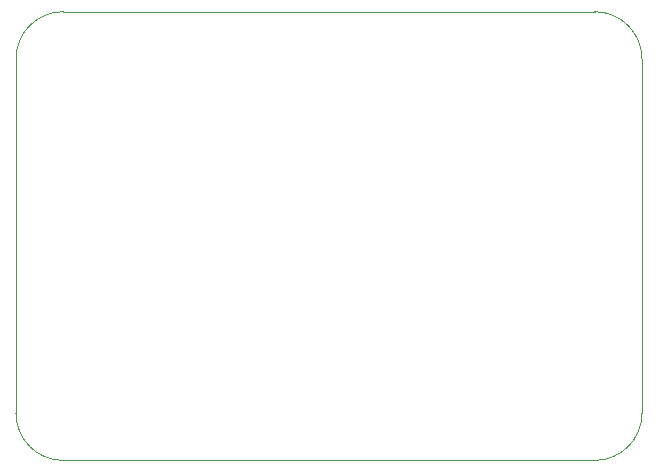
<source format=gbr>
%TF.GenerationSoftware,KiCad,Pcbnew,5.1.9-73d0e3b20d~88~ubuntu20.04.1*%
%TF.CreationDate,2021-04-20T00:17:22+02:00*%
%TF.ProjectId,hardware,68617264-7761-4726-952e-6b696361645f,rev?*%
%TF.SameCoordinates,Original*%
%TF.FileFunction,Profile,NP*%
%FSLAX46Y46*%
G04 Gerber Fmt 4.6, Leading zero omitted, Abs format (unit mm)*
G04 Created by KiCad (PCBNEW 5.1.9-73d0e3b20d~88~ubuntu20.04.1) date 2021-04-20 00:17:22*
%MOMM*%
%LPD*%
G01*
G04 APERTURE LIST*
%TA.AperFunction,Profile*%
%ADD10C,0.050000*%
%TD*%
G04 APERTURE END LIST*
D10*
X69000000Y-124000000D02*
X69000000Y-154000000D01*
X118000000Y-120000000D02*
X73000000Y-120000000D01*
X122000000Y-154000000D02*
X122000000Y-124000000D01*
X73000000Y-158000000D02*
X118000000Y-158000000D01*
X73000000Y-158000000D02*
G75*
G02*
X69000000Y-154000000I0J4000000D01*
G01*
X69000000Y-124000000D02*
G75*
G02*
X73000000Y-120000000I4000000J0D01*
G01*
X118000000Y-120000000D02*
G75*
G02*
X122000000Y-124000000I0J-4000000D01*
G01*
X122000000Y-154000000D02*
G75*
G02*
X118000000Y-158000000I-4000000J0D01*
G01*
M02*

</source>
